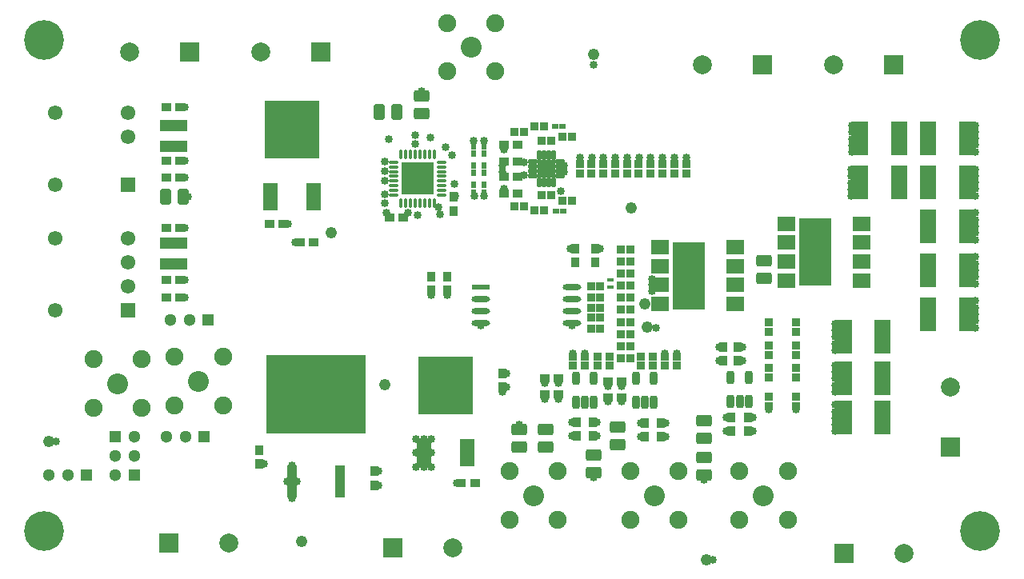
<source format=gbr>
%TF.GenerationSoftware,Altium Limited,Altium Designer,22.0.2 (36)*%
G04 Layer_Color=8388736*
%FSLAX45Y45*%
%MOMM*%
%TF.SameCoordinates,A85A4143-1F01-4578-B965-72C63468A48A*%
%TF.FilePolarity,Negative*%
%TF.FileFunction,Soldermask,Top*%
%TF.Part,Single*%
G01*
G75*
%TA.AperFunction,SMDPad,CuDef*%
%ADD10R,1.01600X3.50520*%
%ADD11R,10.49000X8.38000*%
%ADD12R,0.95822X1.00650*%
%ADD13R,1.00650X0.95822*%
%ADD14R,0.57247X0.66535*%
%ADD15R,1.80315X3.60415*%
%ADD17R,1.60000X3.00000*%
%ADD18R,5.80000X6.20000*%
%ADD32R,0.66535X0.57247*%
%ADD34R,1.95506X0.62213*%
G04:AMPARAMS|DCode=35|XSize=1.95506mm|YSize=0.62213mm|CornerRadius=0.31107mm|HoleSize=0mm|Usage=FLASHONLY|Rotation=0.000|XOffset=0mm|YOffset=0mm|HoleType=Round|Shape=RoundedRectangle|*
%AMROUNDEDRECTD35*
21,1,1.95506,0.00000,0,0,0.0*
21,1,1.33293,0.62213,0,0,0.0*
1,1,0.62213,0.66646,0.00000*
1,1,0.62213,-0.66646,0.00000*
1,1,0.62213,-0.66646,0.00000*
1,1,0.62213,0.66646,0.00000*
%
%ADD35ROUNDEDRECTD35*%
%ADD36R,0.71120X0.39370*%
%TA.AperFunction,ComponentPad*%
%ADD46C,1.90500*%
%ADD48R,1.30000X1.30000*%
%ADD49C,1.30000*%
%ADD55C,1.55000*%
%ADD56R,1.55000X1.55000*%
%ADD57R,1.30000X1.30000*%
%ADD60C,2.20980*%
%ADD61R,2.00320X2.00320*%
%ADD62C,2.00320*%
%ADD63R,2.00320X2.00320*%
%TA.AperFunction,ViaPad*%
%ADD64C,4.20320*%
%TA.AperFunction,SMDPad,CuDef*%
%ADD71O,1.00320X0.40320*%
G04:AMPARAMS|DCode=72|XSize=1.0632mm|YSize=0.4632mm|CornerRadius=0.1341mm|HoleSize=0mm|Usage=FLASHONLY|Rotation=270.000|XOffset=0mm|YOffset=0mm|HoleType=Round|Shape=RoundedRectangle|*
%AMROUNDEDRECTD72*
21,1,1.06320,0.19500,0,0,270.0*
21,1,0.79500,0.46320,0,0,270.0*
1,1,0.26820,-0.09750,-0.39750*
1,1,0.26820,-0.09750,0.39750*
1,1,0.26820,0.09750,0.39750*
1,1,0.26820,0.09750,-0.39750*
%
%ADD72ROUNDEDRECTD72*%
%ADD73R,0.85320X0.85320*%
G04:AMPARAMS|DCode=74|XSize=1.0632mm|YSize=0.4632mm|CornerRadius=0.1341mm|HoleSize=0mm|Usage=FLASHONLY|Rotation=0.000|XOffset=0mm|YOffset=0mm|HoleType=Round|Shape=RoundedRectangle|*
%AMROUNDEDRECTD74*
21,1,1.06320,0.19500,0,0,0.0*
21,1,0.79500,0.46320,0,0,0.0*
1,1,0.26820,0.39750,-0.09750*
1,1,0.26820,-0.39750,-0.09750*
1,1,0.26820,-0.39750,0.09750*
1,1,0.26820,0.39750,0.09750*
%
%ADD74ROUNDEDRECTD74*%
%ADD75O,0.40320X1.00320*%
%ADD76R,1.85320X1.55320*%
%ADD77R,3.40320X7.20320*%
G04:AMPARAMS|DCode=78|XSize=1.2032mm|YSize=1.6232mm|CornerRadius=0.2266mm|HoleSize=0mm|Usage=FLASHONLY|Rotation=90.000|XOffset=0mm|YOffset=0mm|HoleType=Round|Shape=RoundedRectangle|*
%AMROUNDEDRECTD78*
21,1,1.20320,1.17000,0,0,90.0*
21,1,0.75000,1.62320,0,0,90.0*
1,1,0.45320,0.58500,0.37500*
1,1,0.45320,0.58500,-0.37500*
1,1,0.45320,-0.58500,-0.37500*
1,1,0.45320,-0.58500,0.37500*
%
%ADD78ROUNDEDRECTD78*%
%ADD79R,0.85320X0.85320*%
G04:AMPARAMS|DCode=80|XSize=1.4132mm|YSize=0.7932mm|CornerRadius=0.2491mm|HoleSize=0mm|Usage=FLASHONLY|Rotation=90.000|XOffset=0mm|YOffset=0mm|HoleType=Round|Shape=RoundedRectangle|*
%AMROUNDEDRECTD80*
21,1,1.41320,0.29500,0,0,90.0*
21,1,0.91500,0.79320,0,0,90.0*
1,1,0.49820,0.14750,0.45750*
1,1,0.49820,0.14750,-0.45750*
1,1,0.49820,-0.14750,-0.45750*
1,1,0.49820,-0.14750,0.45750*
%
%ADD80ROUNDEDRECTD80*%
%ADD81R,2.90320X1.20320*%
G04:AMPARAMS|DCode=82|XSize=1.2032mm|YSize=1.6232mm|CornerRadius=0.2266mm|HoleSize=0mm|Usage=FLASHONLY|Rotation=0.000|XOffset=0mm|YOffset=0mm|HoleType=Round|Shape=RoundedRectangle|*
%AMROUNDEDRECTD82*
21,1,1.20320,1.17000,0,0,0.0*
21,1,0.75000,1.62320,0,0,0.0*
1,1,0.45320,0.37500,-0.58500*
1,1,0.45320,-0.37500,-0.58500*
1,1,0.45320,-0.37500,0.58500*
1,1,0.45320,0.37500,0.58500*
%
%ADD82ROUNDEDRECTD82*%
%ADD83R,3.50320X3.50320*%
%ADD84R,1.88320X1.88320*%
%ADD85C,1.21920*%
%TA.AperFunction,ComponentPad*%
%ADD86C,0.85320*%
%TA.AperFunction,ViaPad*%
%ADD87C,0.85320*%
D10*
X3128000Y522500D02*
D03*
X2620000D02*
D03*
D11*
X2874000Y1449600D02*
D03*
D12*
X4265000Y2552417D02*
D03*
Y2697588D02*
D03*
X4097502Y2552417D02*
D03*
Y2697588D02*
D03*
X2275001Y855087D02*
D03*
Y709916D02*
D03*
X4335978Y3391146D02*
D03*
Y3536317D02*
D03*
X5632500Y1152826D02*
D03*
Y1007655D02*
D03*
X5802502Y1150327D02*
D03*
Y1005155D02*
D03*
X7189398Y1951788D02*
D03*
Y1806617D02*
D03*
X7341798Y1951788D02*
D03*
Y1806617D02*
D03*
X7448301Y1057317D02*
D03*
Y1202488D02*
D03*
X7270501Y1057317D02*
D03*
Y1202488D02*
D03*
X6525000Y999913D02*
D03*
Y1145084D02*
D03*
X6357503Y999913D02*
D03*
Y1145084D02*
D03*
X4844999Y1525154D02*
D03*
Y1670326D02*
D03*
X3490000Y487869D02*
D03*
Y633040D02*
D03*
X5832500Y2990084D02*
D03*
Y2844913D02*
D03*
X5617499Y2990084D02*
D03*
Y2844913D02*
D03*
D13*
X4865817Y3916741D02*
D03*
X5010988D02*
D03*
X2709677Y3060000D02*
D03*
X2854848D02*
D03*
X2384912Y3252502D02*
D03*
X2530083D02*
D03*
X6110086Y1417499D02*
D03*
X5964915D02*
D03*
X6112499Y1585002D02*
D03*
X5967328D02*
D03*
X5445302Y1617499D02*
D03*
X5300131D02*
D03*
X5445084Y1450001D02*
D03*
X5299913D02*
D03*
X4412416Y507498D02*
D03*
X4557588D02*
D03*
X1437584Y2474998D02*
D03*
X1292412D02*
D03*
X1437584Y2662500D02*
D03*
X1292412D02*
D03*
Y3210002D02*
D03*
X1437584D02*
D03*
Y3747502D02*
D03*
X1292412D02*
D03*
X1437584Y3922498D02*
D03*
X1292412D02*
D03*
X1437584Y4492499D02*
D03*
X1292412D02*
D03*
X3651796Y3323984D02*
D03*
X3796967D02*
D03*
X4865817Y4087258D02*
D03*
X5010988D02*
D03*
Y3577088D02*
D03*
X4865817D02*
D03*
Y3749590D02*
D03*
X5010988D02*
D03*
D14*
X4545908Y3583348D02*
D03*
Y3664059D02*
D03*
X4657033Y3995438D02*
D03*
Y4076149D02*
D03*
Y3583348D02*
D03*
Y3664059D02*
D03*
X4545908Y3871095D02*
D03*
Y3790379D02*
D03*
X4657033Y3871095D02*
D03*
Y3790379D02*
D03*
X4545908Y4076149D02*
D03*
Y3995438D02*
D03*
D15*
X8459952Y1617501D02*
D03*
X8459999Y2057500D02*
D03*
X8870099D02*
D03*
X9355405Y3689500D02*
D03*
X9765505D02*
D03*
X8870055Y1199418D02*
D03*
X8459952D02*
D03*
X9355404Y2292998D02*
D03*
X9765503D02*
D03*
X9355405Y2758500D02*
D03*
X9765505D02*
D03*
X9355405Y3224000D02*
D03*
X9765505D02*
D03*
X9047552Y3689497D02*
D03*
X8637454D02*
D03*
X9047552Y4155002D02*
D03*
X8637449D02*
D03*
X9355405Y4155000D02*
D03*
X9765505D02*
D03*
X8870050Y1617501D02*
D03*
D17*
X2852501Y3537500D02*
D03*
X2396500D02*
D03*
X4473000Y827000D02*
D03*
X4016999D02*
D03*
D18*
X2624500Y4255502D02*
D03*
X4245000Y1545002D02*
D03*
D32*
X5406852Y4287501D02*
D03*
X5487563D02*
D03*
X5413639Y3390002D02*
D03*
X5494350D02*
D03*
D34*
X4617684Y2586199D02*
D03*
D35*
Y2459199D02*
D03*
Y2332199D02*
D03*
Y2205199D02*
D03*
X5583798D02*
D03*
Y2332199D02*
D03*
Y2459199D02*
D03*
Y2586199D02*
D03*
D36*
X5992500Y2657425D02*
D03*
Y2587575D02*
D03*
D46*
X1032500Y1817500D02*
D03*
Y1306960D02*
D03*
X521960D02*
D03*
Y1817500D02*
D03*
X6715270Y633040D02*
D03*
Y122500D02*
D03*
X6204730D02*
D03*
Y633040D02*
D03*
X7867770D02*
D03*
Y122500D02*
D03*
X7357230D02*
D03*
Y633040D02*
D03*
X1890000Y1843040D02*
D03*
Y1332500D02*
D03*
X1379460D02*
D03*
Y1843040D02*
D03*
X5435000Y633040D02*
D03*
Y122500D02*
D03*
X4924460D02*
D03*
Y633040D02*
D03*
X4775271Y4869730D02*
D03*
X4264731D02*
D03*
Y5380270D02*
D03*
X4775271D02*
D03*
D48*
X1737090Y2237503D02*
D03*
X1692498Y1002499D02*
D03*
X450001Y595001D02*
D03*
D49*
X1537091Y2237503D02*
D03*
X1337091D02*
D03*
X950000Y997500D02*
D03*
Y797500D02*
D03*
X750001Y597501D02*
D03*
Y797500D02*
D03*
X1492498Y1002499D02*
D03*
X1292499D02*
D03*
X50002Y595001D02*
D03*
X250002D02*
D03*
D55*
X112501Y3098502D02*
D03*
Y2336502D02*
D03*
X882502Y3098502D02*
D03*
Y2844502D02*
D03*
Y2590502D02*
D03*
X112501Y3666501D02*
D03*
Y4428501D02*
D03*
X882502D02*
D03*
Y4174501D02*
D03*
D56*
Y2336502D02*
D03*
Y3666501D02*
D03*
D57*
X950000Y597501D02*
D03*
X750001Y997500D02*
D03*
D60*
X777230Y1562230D02*
D03*
X6460000Y377770D02*
D03*
X7612500D02*
D03*
X1634730Y1587770D02*
D03*
X5179730Y377770D02*
D03*
X4520001Y5125000D02*
D03*
D61*
X8985873Y4939243D02*
D03*
X7603376D02*
D03*
X8466406Y-234231D02*
D03*
X3685001Y-175000D02*
D03*
X1314998Y-130001D02*
D03*
X1534998Y5075003D02*
D03*
X2930001D02*
D03*
D62*
X8350873Y4939243D02*
D03*
X6968376D02*
D03*
X9588487Y1527703D02*
D03*
X9101406Y-234231D02*
D03*
X4320001Y-175000D02*
D03*
X1949998Y-130001D02*
D03*
X899998Y5075003D02*
D03*
X2295001D02*
D03*
D63*
X9588487Y892703D02*
D03*
D64*
X9900000Y5200000D02*
D03*
Y0D02*
D03*
X0D02*
D03*
Y5200000D02*
D03*
D71*
X4205561Y3806391D02*
D03*
Y3856389D02*
D03*
X3695560Y3556389D02*
D03*
Y3906391D02*
D03*
Y3856389D02*
D03*
Y3806391D02*
D03*
Y3756389D02*
D03*
Y3706391D02*
D03*
Y3656389D02*
D03*
Y3606392D02*
D03*
X4205561Y3556389D02*
D03*
Y3606392D02*
D03*
Y3656389D02*
D03*
Y3706391D02*
D03*
Y3756389D02*
D03*
Y3906391D02*
D03*
D72*
X5291206Y3694665D02*
D03*
X5391205D02*
D03*
X5341203D02*
D03*
X5241203D02*
D03*
X5291206Y3981670D02*
D03*
X5341203D02*
D03*
X5391205D02*
D03*
X5241203D02*
D03*
D73*
X4975905Y3435168D02*
D03*
X5267106Y3558668D02*
D03*
X5075905Y4230000D02*
D03*
X4975905D02*
D03*
X5482203Y4174999D02*
D03*
X5582203D02*
D03*
X5289707Y4285002D02*
D03*
X5189707D02*
D03*
X5367106Y3558668D02*
D03*
X5075905Y3435168D02*
D03*
X5287208Y3392501D02*
D03*
X5187203D02*
D03*
X5482203Y3499999D02*
D03*
X5582203D02*
D03*
X6100201Y2982398D02*
D03*
X6200200D02*
D03*
X6100201Y1830904D02*
D03*
X6200200D02*
D03*
X5884600Y2260200D02*
D03*
X5784601D02*
D03*
X5884600Y2361800D02*
D03*
X5784601D02*
D03*
X6200200Y2214734D02*
D03*
X6100201D02*
D03*
X6200200Y2342679D02*
D03*
X6100201D02*
D03*
X6200200Y2598569D02*
D03*
X6100201D02*
D03*
X6200200Y2470624D02*
D03*
X6100201D02*
D03*
X6200200Y2854458D02*
D03*
X6100201D02*
D03*
X6200200Y2726513D02*
D03*
X6100201D02*
D03*
X6200200Y2086789D02*
D03*
X6100201D02*
D03*
X6200200Y1958849D02*
D03*
X6100201D02*
D03*
X5884600Y2476100D02*
D03*
X5784601D02*
D03*
X5885398Y2145900D02*
D03*
X5785398D02*
D03*
X5885398Y2590400D02*
D03*
X5785398D02*
D03*
X5366207Y4130168D02*
D03*
X5266207D02*
D03*
D74*
X5172704Y3813166D02*
D03*
X5459704Y3913166D02*
D03*
Y3863169D02*
D03*
Y3813166D02*
D03*
Y3763169D02*
D03*
X5172704D02*
D03*
Y3913166D02*
D03*
Y3863169D02*
D03*
D75*
X3775560Y3476389D02*
D03*
X3825562D02*
D03*
X3875559D02*
D03*
X4125561Y3986391D02*
D03*
X4075559D02*
D03*
X4025562D02*
D03*
X3975559D02*
D03*
X3925562D02*
D03*
X3875559D02*
D03*
X3825562D02*
D03*
X3775560D02*
D03*
X3925562Y3476389D02*
D03*
X3975559D02*
D03*
X4025562D02*
D03*
X4075559D02*
D03*
X4125561D02*
D03*
D76*
X7312400Y3004699D02*
D03*
Y2404701D02*
D03*
X6517401D02*
D03*
Y3004699D02*
D03*
X7312400Y2804700D02*
D03*
Y2604700D02*
D03*
X6517401Y2804700D02*
D03*
Y2604700D02*
D03*
X8650000Y3255001D02*
D03*
Y2655002D02*
D03*
X7855000D02*
D03*
Y3255001D02*
D03*
X8650000Y3055002D02*
D03*
Y2855002D02*
D03*
X7855000Y3055002D02*
D03*
Y2855002D02*
D03*
D77*
X6823903Y2704700D02*
D03*
X8161502Y2955002D02*
D03*
D78*
X5027498Y1076001D02*
D03*
Y889001D02*
D03*
X5302498D02*
D03*
Y1076001D02*
D03*
X5814999Y805999D02*
D03*
Y618999D02*
D03*
X6070000Y1101000D02*
D03*
Y914000D02*
D03*
X6980001Y595001D02*
D03*
Y782001D02*
D03*
Y978999D02*
D03*
Y1165998D02*
D03*
X7619999Y2674002D02*
D03*
Y2861001D02*
D03*
X3995976Y4420319D02*
D03*
Y4607319D02*
D03*
D79*
X6314998Y1850000D02*
D03*
Y1750000D02*
D03*
X6442501Y1850000D02*
D03*
Y1750000D02*
D03*
X6569999D02*
D03*
Y1850000D02*
D03*
X6697502Y1750000D02*
D03*
Y1850000D02*
D03*
X7956301Y2108598D02*
D03*
Y2208602D02*
D03*
Y1867298D02*
D03*
Y1967302D02*
D03*
X7664201Y1867298D02*
D03*
Y1967302D02*
D03*
Y1625998D02*
D03*
Y1726002D02*
D03*
X7956301Y1625998D02*
D03*
Y1726002D02*
D03*
Y1321198D02*
D03*
Y1421202D02*
D03*
X7664201D02*
D03*
Y1321203D02*
D03*
X5982502Y1750000D02*
D03*
Y1850000D02*
D03*
X5852500D02*
D03*
Y1750000D02*
D03*
X5722503D02*
D03*
Y1850000D02*
D03*
X5592500Y1750000D02*
D03*
Y1850000D02*
D03*
X6542130Y3887502D02*
D03*
Y3787502D02*
D03*
X6042426Y3887502D02*
D03*
Y3787502D02*
D03*
X5792576Y3887502D02*
D03*
Y3787502D02*
D03*
X6292281Y3887502D02*
D03*
Y3787502D02*
D03*
X6417208Y3887502D02*
D03*
Y3787502D02*
D03*
X6667058Y3887502D02*
D03*
Y3787502D02*
D03*
X6791985D02*
D03*
Y3887502D02*
D03*
X5667649D02*
D03*
Y3787502D02*
D03*
X6167353D02*
D03*
Y3887502D02*
D03*
X5917498Y3787502D02*
D03*
Y3887502D02*
D03*
X7664201Y2108598D02*
D03*
Y2208602D02*
D03*
D80*
X7264399Y1372699D02*
D03*
X7359401D02*
D03*
X7454402D02*
D03*
Y1623701D02*
D03*
X7264399D02*
D03*
X6262502Y1615502D02*
D03*
X6452499D02*
D03*
Y1364499D02*
D03*
X6357503D02*
D03*
X6262502D02*
D03*
X5627502Y1615502D02*
D03*
X5817499D02*
D03*
Y1364499D02*
D03*
X5722503D02*
D03*
X5627502D02*
D03*
D81*
X1369588Y3044999D02*
D03*
Y2824999D02*
D03*
Y4292500D02*
D03*
Y4072500D02*
D03*
D82*
X1286499Y3537500D02*
D03*
X1473499D02*
D03*
X3547478Y4436316D02*
D03*
X3734478D02*
D03*
D83*
X3950561Y3731390D02*
D03*
D84*
X5316204Y3838165D02*
D03*
D85*
X5815000Y5045000D02*
D03*
X6382501Y2157498D02*
D03*
X6357823Y2406651D02*
D03*
X2719999Y-110001D02*
D03*
X3600002Y1552500D02*
D03*
X6214998Y3424998D02*
D03*
X7004598Y-299998D02*
D03*
X50800Y947500D02*
D03*
X3039998Y3160000D02*
D03*
D86*
X3216900Y1703600D02*
D03*
X2874000D02*
D03*
X2531100D02*
D03*
X3216900Y1360700D02*
D03*
X2874000D02*
D03*
X2531100D02*
D03*
D87*
X4016999Y677000D02*
D03*
X8371759Y1196782D02*
D03*
Y1266782D02*
D03*
Y1336782D02*
D03*
X4849104Y3803871D02*
D03*
X5078184Y3900873D02*
D03*
Y3770094D02*
D03*
X3954962Y3341317D02*
D03*
X4174043Y3426584D02*
D03*
X4343951Y3674059D02*
D03*
X4349965Y3549974D02*
D03*
X4549965Y3547314D02*
D03*
X4548204Y4130344D02*
D03*
X4651175D02*
D03*
X4655896Y3547314D02*
D03*
X4849797Y3868829D02*
D03*
X4617684Y2174092D02*
D03*
X4097502Y2502092D02*
D03*
X4265000D02*
D03*
X7141487Y1951788D02*
D03*
X7389709D02*
D03*
X7141487Y1806617D02*
D03*
X7389709D02*
D03*
X3995976Y4657319D02*
D03*
X2400000Y4000000D02*
D03*
X2700000D02*
D03*
X2550000Y4150000D02*
D03*
X2850000D02*
D03*
X2400000Y4350000D02*
D03*
X2700000D02*
D03*
X2850000Y4500000D02*
D03*
X2550000D02*
D03*
X5880411Y2990084D02*
D03*
X5569588D02*
D03*
X5027498Y1126001D02*
D03*
X5814999Y568999D02*
D03*
X6980001Y545001D02*
D03*
X8369842Y1984864D02*
D03*
X8369842Y1914864D02*
D03*
X8369841Y2054864D02*
D03*
Y2124864D02*
D03*
X8369841Y2194864D02*
D03*
X8369794Y1544865D02*
D03*
X8369795Y1474865D02*
D03*
X8369794Y1614865D02*
D03*
Y1684865D02*
D03*
X8369793Y1754865D02*
D03*
X8539794Y3616861D02*
D03*
X8539794Y3546862D02*
D03*
X8539793Y3686861D02*
D03*
Y3756861D02*
D03*
X8539793Y3826862D02*
D03*
X8547292Y4082366D02*
D03*
X8547292Y4012367D02*
D03*
X8547291Y4152366D02*
D03*
Y4222366D02*
D03*
X8547291Y4292367D02*
D03*
X1487909Y2474998D02*
D03*
Y2662500D02*
D03*
Y3210002D02*
D03*
Y4492499D02*
D03*
X1523499Y3537500D02*
D03*
X1487909Y3747502D02*
D03*
Y3922498D02*
D03*
X2322912Y709916D02*
D03*
X2670799Y522500D02*
D03*
X2569199D02*
D03*
X2619999Y697760D02*
D03*
Y347240D02*
D03*
X3537911Y633040D02*
D03*
Y487869D02*
D03*
X4016999Y977000D02*
D03*
X3936999D02*
D03*
X4096999D02*
D03*
Y827000D02*
D03*
X3936999D02*
D03*
Y677000D02*
D03*
X4096999D02*
D03*
X4362091Y507498D02*
D03*
X4844999Y1474829D02*
D03*
X4892910Y1525154D02*
D03*
Y1670326D02*
D03*
X5445302Y1569588D02*
D03*
X5300131D02*
D03*
X5299913Y1402090D02*
D03*
X5445084D02*
D03*
X6112499Y1537091D02*
D03*
X5967328D02*
D03*
X6110086Y1369588D02*
D03*
X5964915D02*
D03*
X5850413Y1150327D02*
D03*
X5584589Y1152826D02*
D03*
Y1007655D02*
D03*
X5850413Y1005155D02*
D03*
X7956301Y1288697D02*
D03*
X7664201Y1288703D02*
D03*
X7496212Y1057317D02*
D03*
Y1202488D02*
D03*
X7222590D02*
D03*
Y1057317D02*
D03*
X6309592Y1145084D02*
D03*
Y999913D02*
D03*
X6572911D02*
D03*
Y1145084D02*
D03*
X5592500Y1882500D02*
D03*
X5722503D02*
D03*
X6569999D02*
D03*
X6697502D02*
D03*
X6434901Y2604700D02*
D03*
Y2672200D02*
D03*
Y2537200D02*
D03*
X5583798Y2174092D02*
D03*
X2659351Y3060000D02*
D03*
X2580409Y3252502D02*
D03*
X5502704Y3872919D02*
D03*
X5499454Y3800166D02*
D03*
X4865817Y4039347D02*
D03*
Y3624999D02*
D03*
X4184931Y3354368D02*
D03*
X3847292Y3371895D02*
D03*
X3603185Y3566317D02*
D03*
X3624765Y3371895D02*
D03*
X8371759Y1126782D02*
D03*
Y1056782D02*
D03*
X9855661Y2365633D02*
D03*
Y2435633D02*
D03*
Y2295633D02*
D03*
Y2225633D02*
D03*
Y2155633D02*
D03*
X9855663Y2831136D02*
D03*
Y2901136D02*
D03*
Y2761136D02*
D03*
Y2691136D02*
D03*
Y2621135D02*
D03*
Y3296636D02*
D03*
Y3366636D02*
D03*
Y3226636D02*
D03*
Y3156636D02*
D03*
Y3086635D02*
D03*
Y3762135D02*
D03*
Y3832136D02*
D03*
Y3692136D02*
D03*
Y3622136D02*
D03*
Y3552135D02*
D03*
Y4017635D02*
D03*
Y4087635D02*
D03*
Y4157636D02*
D03*
X4060563Y3841387D02*
D03*
Y3731390D02*
D03*
Y3621388D02*
D03*
X3950561Y3841387D02*
D03*
Y3731390D02*
D03*
Y3621388D02*
D03*
X3840563Y3841387D02*
D03*
Y3731390D02*
D03*
Y3621388D02*
D03*
X9855663Y4297636D02*
D03*
Y4227635D02*
D03*
X5811378Y4935765D02*
D03*
X6475003Y2154998D02*
D03*
X7079599Y-299998D02*
D03*
X4250977Y4061316D02*
D03*
X4318480Y3981316D02*
D03*
X4088183Y4163815D02*
D03*
X3649505Y4152791D02*
D03*
X125796Y949999D02*
D03*
X5468401Y3603139D02*
D03*
X3600681Y3471319D02*
D03*
X3603185Y3808819D02*
D03*
Y3908819D02*
D03*
Y3706315D02*
D03*
X3925978Y4188819D02*
D03*
Y4098816D02*
D03*
X6169228Y3958398D02*
D03*
X6041725D02*
D03*
X5918159D02*
D03*
X6294226D02*
D03*
X5668304D02*
D03*
X5793231D02*
D03*
X6542791D02*
D03*
X6417863D02*
D03*
X6667718D02*
D03*
X6792645D02*
D03*
%TF.MD5,93a5d976146cc01958acd2e5bf17db47*%
M02*

</source>
